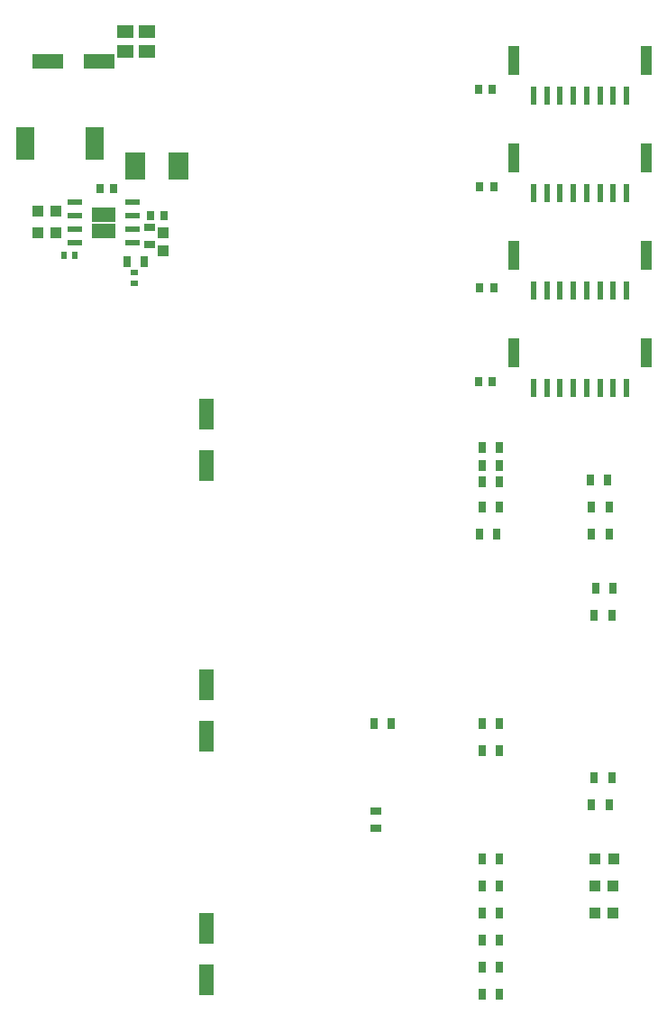
<source format=gbr>
G04 EAGLE Gerber RS-274X export*
G75*
%MOMM*%
%FSLAX34Y34*%
%LPD*%
%INSolderpaste Top*%
%IPPOS*%
%AMOC8*
5,1,8,0,0,1.08239X$1,22.5*%
G01*
G04 Define Apertures*
%ADD10R,1.400000X3.000000*%
%ADD11R,1.100000X1.000000*%
%ADD12R,0.798700X0.973900*%
%ADD13R,0.973900X0.798700*%
%ADD14R,1.460500X0.533400*%
%ADD15R,0.535100X0.644000*%
%ADD16R,1.799400X3.129200*%
%ADD17R,1.000000X1.100000*%
%ADD18R,0.700000X0.900000*%
%ADD19R,0.644000X0.535100*%
%ADD20R,1.899919X2.499359*%
%ADD21R,1.500000X1.300000*%
%ADD22R,3.000000X1.400000*%
%ADD23R,0.600000X1.700000*%
%ADD24R,1.000000X2.800000*%
G36*
X-263371Y837656D02*
X-263371Y823902D01*
X-285625Y823902D01*
X-285625Y837656D01*
X-263371Y837656D01*
G37*
G36*
X-263371Y853156D02*
X-263371Y839402D01*
X-285625Y839402D01*
X-285625Y853156D01*
X-263371Y853156D01*
G37*
D10*
X-177800Y659000D03*
X-177800Y611000D03*
X-177800Y176400D03*
X-177800Y128400D03*
D11*
X186810Y190500D03*
X203810Y190500D03*
D12*
X97052Y215900D03*
X80748Y215900D03*
X97052Y190500D03*
X80748Y190500D03*
X97052Y139700D03*
X80748Y139700D03*
D13*
X-19050Y269978D03*
X-19050Y286282D03*
D11*
X186810Y215900D03*
X203810Y215900D03*
D12*
X80748Y368300D03*
X97052Y368300D03*
X80748Y342900D03*
X97052Y342900D03*
X-4548Y368300D03*
X-20852Y368300D03*
X80541Y571500D03*
X96845Y571500D03*
X202462Y317500D03*
X186158Y317500D03*
X198652Y596900D03*
X182348Y596900D03*
X80748Y627380D03*
X97052Y627380D03*
X97052Y165100D03*
X80748Y165100D03*
X202462Y469900D03*
X186158Y469900D03*
X203732Y495300D03*
X187428Y495300D03*
X199922Y546100D03*
X183618Y546100D03*
X199922Y571500D03*
X183618Y571500D03*
X81053Y595630D03*
X97357Y595630D03*
X199922Y292100D03*
X183618Y292100D03*
X78487Y546379D03*
X94791Y546379D03*
X80748Y610870D03*
X97052Y610870D03*
D14*
X-301739Y857579D03*
X-301739Y844879D03*
X-301739Y832179D03*
X-301739Y819479D03*
X-247257Y819479D03*
X-247257Y832179D03*
X-247257Y844879D03*
X-247257Y857579D03*
D11*
X-319945Y828673D03*
X-336945Y828673D03*
X-319765Y849103D03*
X-336765Y849103D03*
D15*
X-311930Y808049D03*
X-301780Y808049D03*
D16*
X-283330Y912487D03*
X-348160Y912487D03*
D17*
X-218896Y812249D03*
X-218896Y829249D03*
D18*
X-230805Y844879D03*
X-217805Y844879D03*
D13*
X-231400Y818173D03*
X-231400Y834477D03*
D12*
X-236473Y801699D03*
X-252777Y801699D03*
D19*
X-245690Y791534D03*
X-245690Y781384D03*
D20*
X-245417Y891772D03*
X-204422Y891772D03*
D18*
X-278385Y870279D03*
X-265385Y870279D03*
D21*
X-234465Y999209D03*
X-234465Y1018209D03*
X-254785Y999209D03*
X-254785Y1018209D03*
D22*
X-327045Y989965D03*
X-279045Y989965D03*
D12*
X97052Y114300D03*
X80748Y114300D03*
D23*
X178970Y957580D03*
X191470Y957580D03*
X203970Y957580D03*
X216470Y957580D03*
X166470Y957580D03*
X153970Y957580D03*
X141470Y957580D03*
X128970Y957580D03*
D24*
X234970Y991080D03*
X110470Y991080D03*
D23*
X178970Y866140D03*
X191470Y866140D03*
X203970Y866140D03*
X216470Y866140D03*
X166470Y866140D03*
X153970Y866140D03*
X141470Y866140D03*
X128970Y866140D03*
D24*
X234970Y899640D03*
X110470Y899640D03*
D23*
X178970Y774700D03*
X191470Y774700D03*
X203970Y774700D03*
X216470Y774700D03*
X166470Y774700D03*
X153970Y774700D03*
X141470Y774700D03*
X128970Y774700D03*
D24*
X234970Y808200D03*
X110470Y808200D03*
D23*
X178970Y683260D03*
X191470Y683260D03*
X203970Y683260D03*
X216470Y683260D03*
X166470Y683260D03*
X153970Y683260D03*
X141470Y683260D03*
X128970Y683260D03*
D24*
X234970Y716760D03*
X110470Y716760D03*
D10*
X-177800Y405000D03*
X-177800Y357000D03*
D18*
X90320Y963930D03*
X77320Y963930D03*
X91590Y872490D03*
X78590Y872490D03*
X91590Y777240D03*
X78590Y777240D03*
X90320Y689610D03*
X77320Y689610D03*
D12*
X97052Y241300D03*
X80748Y241300D03*
D11*
X187080Y241300D03*
X204080Y241300D03*
M02*

</source>
